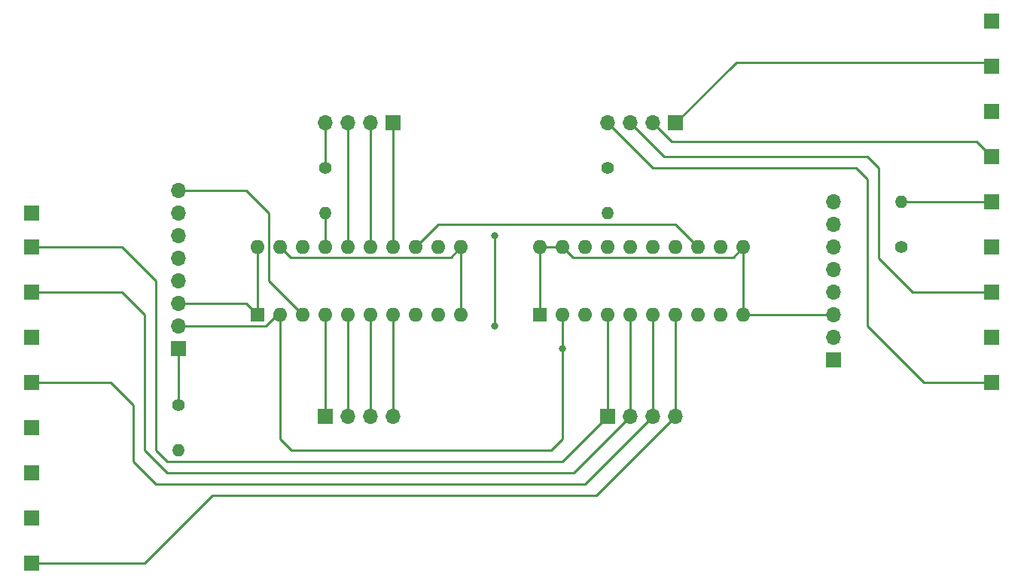
<source format=gbr>
%TF.GenerationSoftware,KiCad,Pcbnew,(5.1.10)-1*%
%TF.CreationDate,2021-11-06T15:24:40-06:00*%
%TF.ProjectId,12v_7-SegmentTriColor_LED_Breakout,3132765f-372d-4536-9567-6d656e745472,rev?*%
%TF.SameCoordinates,Original*%
%TF.FileFunction,Copper,L1,Top*%
%TF.FilePolarity,Positive*%
%FSLAX46Y46*%
G04 Gerber Fmt 4.6, Leading zero omitted, Abs format (unit mm)*
G04 Created by KiCad (PCBNEW (5.1.10)-1) date 2021-11-06 15:24:40*
%MOMM*%
%LPD*%
G01*
G04 APERTURE LIST*
%TA.AperFunction,ComponentPad*%
%ADD10O,1.700000X1.700000*%
%TD*%
%TA.AperFunction,ComponentPad*%
%ADD11R,1.700000X1.700000*%
%TD*%
%TA.AperFunction,ComponentPad*%
%ADD12O,1.400000X1.400000*%
%TD*%
%TA.AperFunction,ComponentPad*%
%ADD13C,1.400000*%
%TD*%
%TA.AperFunction,ComponentPad*%
%ADD14O,1.600000X1.600000*%
%TD*%
%TA.AperFunction,ComponentPad*%
%ADD15R,1.600000X1.600000*%
%TD*%
%TA.AperFunction,ViaPad*%
%ADD16C,0.800000*%
%TD*%
%TA.AperFunction,Conductor*%
%ADD17C,0.250000*%
%TD*%
G04 APERTURE END LIST*
D10*
%TO.P,In0,8*%
%TO.N,Net-(In0-Pad8)*%
X96520000Y-76200000D03*
%TO.P,In0,7*%
%TO.N,Net-(In0-Pad7)*%
X96520000Y-78740000D03*
%TO.P,In0,6*%
%TO.N,Net-(In0-Pad6)*%
X96520000Y-81280000D03*
%TO.P,In0,5*%
%TO.N,Net-(In0-Pad5)*%
X96520000Y-83820000D03*
%TO.P,In0,4*%
%TO.N,Net-(In0-Pad4)*%
X96520000Y-86360000D03*
%TO.P,In0,3*%
%TO.N,Net-(In0-Pad3)*%
X96520000Y-88900000D03*
%TO.P,In0,2*%
%TO.N,Net-(In0-Pad2)*%
X96520000Y-91440000D03*
D11*
%TO.P,In0,1*%
%TO.N,Net-(In0-Pad1)*%
X96520000Y-93980000D03*
%TD*%
D12*
%TO.P,RedRes0,2*%
%TO.N,Net-(12v_R0-Pad1)*%
X96520000Y-105410000D03*
D13*
%TO.P,RedRes0,1*%
%TO.N,Net-(In0-Pad1)*%
X96520000Y-100330000D03*
%TD*%
D11*
%TO.P,Red0,1*%
%TO.N,Net-(Red0-Pad1)*%
X80010000Y-78740000D03*
%TD*%
D12*
%TO.P,Res1,2*%
%TO.N,Net-(12v_G0-Pad1)*%
X177800000Y-77470000D03*
D13*
%TO.P,Res1,1*%
%TO.N,Net-(In0-Pad1)*%
X177800000Y-82550000D03*
%TD*%
D14*
%TO.P,ShiftRegister0,20*%
%TO.N,Net-(In0-Pad3)*%
X105410000Y-82550000D03*
%TO.P,ShiftRegister0,10*%
X128270000Y-90170000D03*
%TO.P,ShiftRegister0,19*%
X107950000Y-82550000D03*
%TO.P,ShiftRegister0,9*%
%TO.N,Net-(In0-Pad4)*%
X125730000Y-90170000D03*
%TO.P,ShiftRegister0,18*%
%TO.N,Net-(ShiftRegister0-Pad18)*%
X110490000Y-82550000D03*
%TO.P,ShiftRegister0,8*%
%TO.N,Net-(In0-Pad5)*%
X123190000Y-90170000D03*
%TO.P,ShiftRegister0,17*%
%TO.N,Net-(DotRes0-Pad2)*%
X113030000Y-82550000D03*
%TO.P,ShiftRegister0,7*%
%TO.N,Net-(Red3-Pad1)*%
X120650000Y-90170000D03*
%TO.P,ShiftRegister0,16*%
%TO.N,Net-(Red6-Pad1)*%
X115570000Y-82550000D03*
%TO.P,ShiftRegister0,6*%
%TO.N,Net-(Red2-Pad1)*%
X118110000Y-90170000D03*
%TO.P,ShiftRegister0,15*%
%TO.N,Net-(Red5-Pad1)*%
X118110000Y-82550000D03*
%TO.P,ShiftRegister0,5*%
%TO.N,Net-(Red1-Pad1)*%
X115570000Y-90170000D03*
%TO.P,ShiftRegister0,14*%
%TO.N,Net-(Red4-Pad1)*%
X120650000Y-82550000D03*
%TO.P,ShiftRegister0,4*%
%TO.N,Net-(Red0-Pad1)*%
X113030000Y-90170000D03*
%TO.P,ShiftRegister0,13*%
%TO.N,Net-(In0-Pad7)*%
X123190000Y-82550000D03*
%TO.P,ShiftRegister0,3*%
%TO.N,Net-(In0-Pad8)*%
X110490000Y-90170000D03*
%TO.P,ShiftRegister0,12*%
%TO.N,Net-(In0-Pad6)*%
X125730000Y-82550000D03*
%TO.P,ShiftRegister0,2*%
%TO.N,Net-(In0-Pad2)*%
X107950000Y-90170000D03*
%TO.P,ShiftRegister0,11*%
%TO.N,Net-(In0-Pad3)*%
X128270000Y-82550000D03*
D15*
%TO.P,ShiftRegister0,1*%
X105410000Y-90170000D03*
%TD*%
D10*
%TO.P,SR_Pins3,4*%
%TO.N,Net-(DotRes1-Pad1)*%
X144780000Y-68580000D03*
%TO.P,SR_Pins3,3*%
%TO.N,Net-(Green6-Pad1)*%
X147320000Y-68580000D03*
%TO.P,SR_Pins3,2*%
%TO.N,Net-(Green5-Pad1)*%
X149860000Y-68580000D03*
D11*
%TO.P,SR_Pins3,1*%
%TO.N,Net-(Green4-Pad1)*%
X152400000Y-68580000D03*
%TD*%
D10*
%TO.P,SR_Pins2,4*%
%TO.N,Net-(Green3-Pad1)*%
X152400000Y-101600000D03*
%TO.P,SR_Pins2,3*%
%TO.N,Net-(Green2-Pad1)*%
X149860000Y-101600000D03*
%TO.P,SR_Pins2,2*%
%TO.N,Net-(Green1-Pad1)*%
X147320000Y-101600000D03*
D11*
%TO.P,SR_Pins2,1*%
%TO.N,Net-(Green0-Pad1)*%
X144780000Y-101600000D03*
%TD*%
D10*
%TO.P,SR_Pins1,4*%
%TO.N,Net-(DotRes0-Pad1)*%
X113030000Y-68580000D03*
%TO.P,SR_Pins1,3*%
%TO.N,Net-(Red6-Pad1)*%
X115570000Y-68580000D03*
%TO.P,SR_Pins1,2*%
%TO.N,Net-(Red5-Pad1)*%
X118110000Y-68580000D03*
D11*
%TO.P,SR_Pins1,1*%
%TO.N,Net-(Red4-Pad1)*%
X120650000Y-68580000D03*
%TD*%
D10*
%TO.P,SR_Pins0,4*%
%TO.N,Net-(Red3-Pad1)*%
X120650000Y-101600000D03*
%TO.P,SR_Pins0,3*%
%TO.N,Net-(Red2-Pad1)*%
X118110000Y-101600000D03*
%TO.P,SR_Pins0,2*%
%TO.N,Net-(Red1-Pad1)*%
X115570000Y-101600000D03*
D11*
%TO.P,SR_Pins0,1*%
%TO.N,Net-(Red0-Pad1)*%
X113030000Y-101600000D03*
%TD*%
D14*
%TO.P,ShiftRegister1,20*%
%TO.N,Net-(In0-Pad3)*%
X137160000Y-82550000D03*
%TO.P,ShiftRegister1,10*%
X160020000Y-90170000D03*
%TO.P,ShiftRegister1,19*%
X139700000Y-82550000D03*
%TO.P,ShiftRegister1,9*%
%TO.N,Net-(In0-Pad4)*%
X157480000Y-90170000D03*
%TO.P,ShiftRegister1,18*%
%TO.N,Net-(Out0-Pad8)*%
X142240000Y-82550000D03*
%TO.P,ShiftRegister1,8*%
%TO.N,Net-(In0-Pad5)*%
X154940000Y-90170000D03*
%TO.P,ShiftRegister1,17*%
%TO.N,Net-(DotRes1-Pad2)*%
X144780000Y-82550000D03*
%TO.P,ShiftRegister1,7*%
%TO.N,Net-(Green3-Pad1)*%
X152400000Y-90170000D03*
%TO.P,ShiftRegister1,16*%
%TO.N,Net-(Green6-Pad1)*%
X147320000Y-82550000D03*
%TO.P,ShiftRegister1,6*%
%TO.N,Net-(Green2-Pad1)*%
X149860000Y-90170000D03*
%TO.P,ShiftRegister1,15*%
%TO.N,Net-(Green5-Pad1)*%
X149860000Y-82550000D03*
%TO.P,ShiftRegister1,5*%
%TO.N,Net-(Green1-Pad1)*%
X147320000Y-90170000D03*
%TO.P,ShiftRegister1,14*%
%TO.N,Net-(Green4-Pad1)*%
X152400000Y-82550000D03*
%TO.P,ShiftRegister1,4*%
%TO.N,Net-(Green0-Pad1)*%
X144780000Y-90170000D03*
%TO.P,ShiftRegister1,13*%
%TO.N,Net-(In0-Pad7)*%
X154940000Y-82550000D03*
%TO.P,ShiftRegister1,3*%
%TO.N,Net-(ShiftRegister0-Pad18)*%
X142240000Y-90170000D03*
%TO.P,ShiftRegister1,12*%
%TO.N,Net-(In0-Pad6)*%
X157480000Y-82550000D03*
%TO.P,ShiftRegister1,2*%
%TO.N,Net-(In0-Pad2)*%
X139700000Y-90170000D03*
%TO.P,ShiftRegister1,11*%
%TO.N,Net-(In0-Pad3)*%
X160020000Y-82550000D03*
D15*
%TO.P,ShiftRegister1,1*%
X137160000Y-90170000D03*
%TD*%
D10*
%TO.P,Out0,8*%
%TO.N,Net-(Out0-Pad8)*%
X170180000Y-77470000D03*
%TO.P,Out0,7*%
%TO.N,Net-(In0-Pad7)*%
X170180000Y-80010000D03*
%TO.P,Out0,6*%
%TO.N,Net-(In0-Pad6)*%
X170180000Y-82550000D03*
%TO.P,Out0,5*%
%TO.N,Net-(In0-Pad5)*%
X170180000Y-85090000D03*
%TO.P,Out0,4*%
%TO.N,Net-(In0-Pad4)*%
X170180000Y-87630000D03*
%TO.P,Out0,3*%
%TO.N,Net-(In0-Pad3)*%
X170180000Y-90170000D03*
%TO.P,Out0,2*%
%TO.N,Net-(In0-Pad2)*%
X170180000Y-92710000D03*
D11*
%TO.P,Out0,1*%
%TO.N,Net-(In0-Pad1)*%
X170180000Y-95250000D03*
%TD*%
%TO.P,Red7,1*%
%TO.N,Net-(DotRes0-Pad1)*%
X187960000Y-92710000D03*
%TD*%
%TO.P,Red6,1*%
%TO.N,Net-(Red6-Pad1)*%
X187960000Y-82550000D03*
%TD*%
%TO.P,Red5,1*%
%TO.N,Net-(Red5-Pad1)*%
X187960000Y-67310000D03*
%TD*%
%TO.P,Red4,1*%
%TO.N,Net-(Red4-Pad1)*%
X187960000Y-57150000D03*
%TD*%
%TO.P,Red3,1*%
%TO.N,Net-(Red3-Pad1)*%
X80010000Y-113030000D03*
%TD*%
%TO.P,Red2,1*%
%TO.N,Net-(Red2-Pad1)*%
X80010000Y-102870000D03*
%TD*%
%TO.P,Red1,1*%
%TO.N,Net-(Red1-Pad1)*%
X80010000Y-92710000D03*
%TD*%
%TO.P,Green7,1*%
%TO.N,Net-(DotRes1-Pad1)*%
X187960000Y-97790000D03*
%TD*%
%TO.P,Green6,1*%
%TO.N,Net-(Green6-Pad1)*%
X187960000Y-87630000D03*
%TD*%
%TO.P,Green5,1*%
%TO.N,Net-(Green5-Pad1)*%
X187960000Y-72390000D03*
%TD*%
%TO.P,Green4,1*%
%TO.N,Net-(Green4-Pad1)*%
X187960000Y-62230000D03*
%TD*%
%TO.P,Green3,1*%
%TO.N,Net-(Green3-Pad1)*%
X80010000Y-118110000D03*
%TD*%
%TO.P,Green2,1*%
%TO.N,Net-(Green2-Pad1)*%
X80010000Y-97790000D03*
%TD*%
%TO.P,Green1,1*%
%TO.N,Net-(Green1-Pad1)*%
X80010000Y-87630000D03*
%TD*%
%TO.P,Green0,1*%
%TO.N,Net-(Green0-Pad1)*%
X80010000Y-82550000D03*
%TD*%
%TO.P,12v_R0,1*%
%TO.N,Net-(12v_R0-Pad1)*%
X80010000Y-107950000D03*
%TD*%
%TO.P,12v_G0,1*%
%TO.N,Net-(12v_G0-Pad1)*%
X187960000Y-77470000D03*
%TD*%
D12*
%TO.P,DotRes1,2*%
%TO.N,Net-(DotRes1-Pad2)*%
X144780000Y-78740000D03*
D13*
%TO.P,DotRes1,1*%
%TO.N,Net-(DotRes1-Pad1)*%
X144780000Y-73660000D03*
%TD*%
D12*
%TO.P,DotRes0,2*%
%TO.N,Net-(DotRes0-Pad2)*%
X113030000Y-78740000D03*
D13*
%TO.P,DotRes0,1*%
%TO.N,Net-(DotRes0-Pad1)*%
X113030000Y-73660000D03*
%TD*%
D16*
%TO.N,Net-(In0-Pad2)*%
X139700000Y-93980000D03*
%TO.N,Net-(ShiftRegister0-Pad18)*%
X132080000Y-81280000D03*
X132080000Y-91440000D03*
%TD*%
D17*
%TO.N,Net-(DotRes0-Pad2)*%
X113030000Y-82550000D02*
X113030000Y-78740000D01*
%TO.N,Net-(DotRes0-Pad1)*%
X113030000Y-73660000D02*
X113030000Y-68580000D01*
%TO.N,Net-(DotRes1-Pad1)*%
X144780000Y-68580000D02*
X149860000Y-73660000D01*
X149860000Y-73660000D02*
X172720000Y-73660000D01*
X172720000Y-73660000D02*
X173990000Y-74930000D01*
X173990000Y-74930000D02*
X173990000Y-91440000D01*
X180340000Y-97790000D02*
X187960000Y-97790000D01*
X173990000Y-91440000D02*
X180340000Y-97790000D01*
%TO.N,Net-(In0-Pad8)*%
X96520000Y-76200000D02*
X104140000Y-76200000D01*
X104140000Y-76200000D02*
X106680000Y-78740000D01*
X106680000Y-78740000D02*
X106680000Y-86360000D01*
X106680000Y-86360000D02*
X110490000Y-90170000D01*
%TO.N,Net-(In0-Pad7)*%
X123190000Y-82550000D02*
X125730000Y-80010000D01*
X152400000Y-80010000D02*
X154940000Y-82550000D01*
X125730000Y-80010000D02*
X152400000Y-80010000D01*
%TO.N,Net-(In0-Pad3)*%
X104140000Y-88900000D02*
X105410000Y-90170000D01*
X96520000Y-88900000D02*
X104140000Y-88900000D01*
X105410000Y-90170000D02*
X105410000Y-82550000D01*
X109075001Y-83675001D02*
X127144999Y-83675001D01*
X127144999Y-83675001D02*
X128270000Y-82550000D01*
X107950000Y-82550000D02*
X109075001Y-83675001D01*
X128270000Y-82550000D02*
X128270000Y-90170000D01*
X137160000Y-90170000D02*
X137160000Y-82550000D01*
X137160000Y-82550000D02*
X139700000Y-82550000D01*
X158894999Y-83675001D02*
X160020000Y-82550000D01*
X140825001Y-83675001D02*
X158894999Y-83675001D01*
X139700000Y-82550000D02*
X140825001Y-83675001D01*
X160020000Y-82550000D02*
X160020000Y-90170000D01*
X160020000Y-90170000D02*
X170180000Y-90170000D01*
%TO.N,Net-(In0-Pad2)*%
X107595002Y-90170000D02*
X107950000Y-90170000D01*
X106325002Y-91440000D02*
X107595002Y-90170000D01*
X96520000Y-91440000D02*
X106325002Y-91440000D01*
X107950000Y-90170000D02*
X107950000Y-104140000D01*
X107950000Y-104140000D02*
X109220000Y-105410000D01*
X109220000Y-105410000D02*
X138430000Y-105410000D01*
X138430000Y-105410000D02*
X139700000Y-104140000D01*
X139700000Y-104140000D02*
X139700000Y-93980000D01*
X139700000Y-93980000D02*
X139700000Y-90170000D01*
%TO.N,Net-(In0-Pad1)*%
X96520000Y-93980000D02*
X96520000Y-100330000D01*
%TO.N,Net-(ShiftRegister0-Pad18)*%
X132080000Y-81280000D02*
X132080000Y-91440000D01*
%TO.N,Net-(Green0-Pad1)*%
X93980000Y-86360000D02*
X90170000Y-82550000D01*
X93980000Y-105410000D02*
X93980000Y-86360000D01*
X95250000Y-106680000D02*
X93980000Y-105410000D01*
X139700000Y-106680000D02*
X95250000Y-106680000D01*
X144780000Y-101600000D02*
X139700000Y-106680000D01*
X144780000Y-90170000D02*
X144780000Y-101600000D01*
X90170000Y-82550000D02*
X80010000Y-82550000D01*
%TO.N,Net-(Green1-Pad1)*%
X92710000Y-90170000D02*
X90170000Y-87630000D01*
X92710000Y-105410000D02*
X92710000Y-90170000D01*
X95250000Y-107950000D02*
X92710000Y-105410000D01*
X140970000Y-107950000D02*
X95250000Y-107950000D01*
X147320000Y-101600000D02*
X140970000Y-107950000D01*
X147320000Y-90170000D02*
X147320000Y-101600000D01*
X90170000Y-87630000D02*
X80010000Y-87630000D01*
%TO.N,Net-(Green2-Pad1)*%
X91440000Y-100330000D02*
X88900000Y-97790000D01*
X91440000Y-106680000D02*
X91440000Y-100330000D01*
X93980000Y-109220000D02*
X91440000Y-106680000D01*
X142240000Y-109220000D02*
X93980000Y-109220000D01*
X149860000Y-101600000D02*
X142240000Y-109220000D01*
X149860000Y-90170000D02*
X149860000Y-101600000D01*
X88900000Y-97790000D02*
X80010000Y-97790000D01*
%TO.N,Net-(Green3-Pad1)*%
X152400000Y-101600000D02*
X143510000Y-110490000D01*
X143510000Y-110490000D02*
X100330000Y-110490000D01*
X100330000Y-110490000D02*
X92710000Y-118110000D01*
X152400000Y-90170000D02*
X152400000Y-101600000D01*
X92710000Y-118110000D02*
X80010000Y-118110000D01*
%TO.N,Net-(Green4-Pad1)*%
X187509991Y-61779991D02*
X187960000Y-62230000D01*
X159200009Y-61779991D02*
X187509991Y-61779991D01*
X152400000Y-68580000D02*
X159200009Y-61779991D01*
%TO.N,Net-(Green5-Pad1)*%
X151949991Y-70669991D02*
X149860000Y-68580000D01*
X186239991Y-70669991D02*
X151949991Y-70669991D01*
X187960000Y-72390000D02*
X186239991Y-70669991D01*
%TO.N,Net-(Green6-Pad1)*%
X179070000Y-87630000D02*
X187960000Y-87630000D01*
X175260000Y-83820000D02*
X179070000Y-87630000D01*
X175260000Y-73660000D02*
X175260000Y-83820000D01*
X173990000Y-72390000D02*
X175260000Y-73660000D01*
X151130000Y-72390000D02*
X173990000Y-72390000D01*
X147320000Y-68580000D02*
X151130000Y-72390000D01*
%TO.N,Net-(Red0-Pad1)*%
X113030000Y-90170000D02*
X113030000Y-101600000D01*
%TO.N,Net-(Red1-Pad1)*%
X115570000Y-90170000D02*
X115570000Y-101600000D01*
%TO.N,Net-(Red2-Pad1)*%
X118110000Y-90170000D02*
X118110000Y-101600000D01*
%TO.N,Net-(Red3-Pad1)*%
X120650000Y-90170000D02*
X120650000Y-101600000D01*
%TO.N,Net-(Red4-Pad1)*%
X120650000Y-82550000D02*
X120650000Y-68580000D01*
%TO.N,Net-(Red5-Pad1)*%
X118110000Y-82550000D02*
X118110000Y-68580000D01*
%TO.N,Net-(Red6-Pad1)*%
X115570000Y-82550000D02*
X115570000Y-68580000D01*
%TO.N,Net-(12v_G0-Pad1)*%
X177800000Y-77470000D02*
X187960000Y-77470000D01*
%TD*%
M02*

</source>
